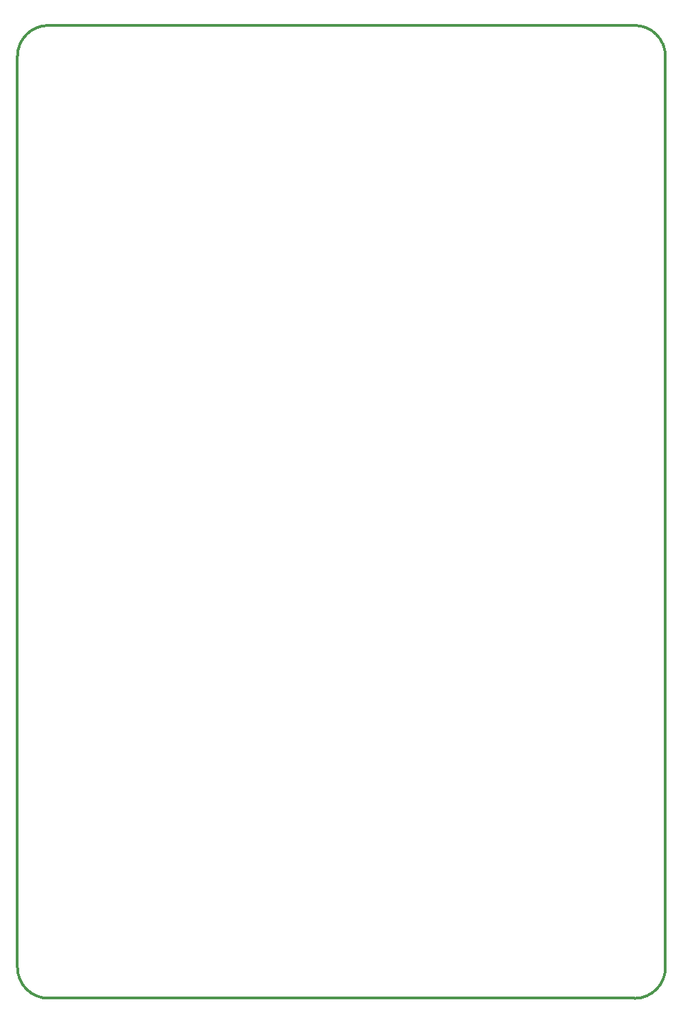
<source format=gko>
G04*
G04 #@! TF.GenerationSoftware,Altium Limited,Altium Designer,21.3.2 (30)*
G04*
G04 Layer_Color=16711935*
%FSTAX24Y24*%
%MOIN*%
G70*
G04*
G04 #@! TF.SameCoordinates,D50E3B47-D74C-4BCA-B3C4-33FD4FEC1BCA*
G04*
G04*
G04 #@! TF.FilePolarity,Positive*
G04*
G01*
G75*
%ADD15C,0.0118*%
D15*
X041691Y052349D02*
G03*
X040191Y053849I-0015J0D01*
G01*
X011695D02*
G03*
X010195Y052349I-0J-0015D01*
G01*
X040191Y006562D02*
G03*
X041691Y008062I0J0015D01*
G01*
X010195Y00807D02*
G03*
X011695Y00657I0015J-0D01*
G01*
X011695Y053849D02*
X040191D01*
X010195Y052349D02*
X010195Y00807D01*
X011695Y00657D02*
X040191D01*
X041691Y008062D02*
X041691Y052349D01*
M02*

</source>
